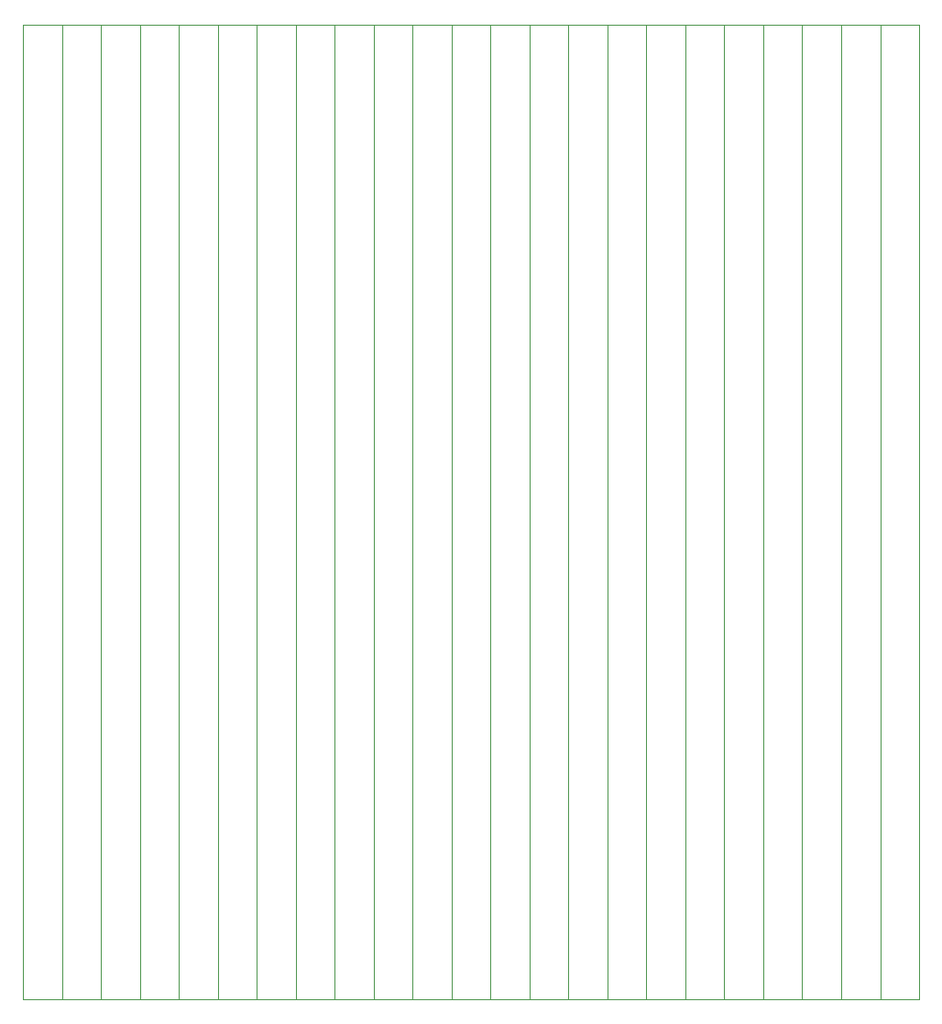
<source format=gbr>
%FSLAX34Y34*%
G04 Gerber Fmt 3.4, Leading zero omitted, Abs format*
G04 (created by PCBNEW (2014-05-17 BZR 4870)-product) date Sun 18 May 2014 03:32:31 PM CEST*
%MOIN*%
G01*
G70*
G90*
G04 APERTURE LIST*
%ADD10C,0.005906*%
%ADD11C,0.003937*%
G04 APERTURE END LIST*
G54D10*
G54D11*
X135078Y-70078D02*
X136496Y-70078D01*
X136496Y-70078D02*
X136496Y-34645D01*
X136496Y-34645D02*
X135078Y-34645D01*
X135078Y-34645D02*
X135078Y-70078D01*
X132244Y-70078D02*
X133661Y-70078D01*
X133661Y-70078D02*
X133661Y-34645D01*
X133661Y-34645D02*
X132244Y-34645D01*
X132244Y-34645D02*
X132244Y-70078D01*
X133661Y-34645D02*
X133661Y-70078D01*
X135078Y-34645D02*
X133661Y-34645D01*
X135078Y-70078D02*
X135078Y-34645D01*
X133661Y-70078D02*
X135078Y-70078D01*
X137913Y-70078D02*
X139330Y-70078D01*
X139330Y-70078D02*
X139330Y-34645D01*
X139330Y-34645D02*
X137913Y-34645D01*
X137913Y-34645D02*
X137913Y-70078D01*
X136496Y-34645D02*
X136496Y-70078D01*
X137913Y-34645D02*
X136496Y-34645D01*
X137913Y-70078D02*
X137913Y-34645D01*
X136496Y-70078D02*
X137913Y-70078D01*
X139330Y-34645D02*
X139330Y-70078D01*
X140748Y-34645D02*
X139330Y-34645D01*
X140748Y-70078D02*
X140748Y-34645D01*
X139330Y-70078D02*
X140748Y-70078D01*
X143582Y-70078D02*
X145000Y-70078D01*
X145000Y-70078D02*
X145000Y-34645D01*
X145000Y-34645D02*
X143582Y-34645D01*
X143582Y-34645D02*
X143582Y-70078D01*
X140748Y-70078D02*
X142165Y-70078D01*
X142165Y-70078D02*
X142165Y-34645D01*
X142165Y-34645D02*
X140748Y-34645D01*
X140748Y-34645D02*
X140748Y-70078D01*
X142165Y-34645D02*
X142165Y-70078D01*
X143582Y-34645D02*
X142165Y-34645D01*
X143582Y-70078D02*
X143582Y-34645D01*
X142165Y-70078D02*
X143582Y-70078D01*
X145000Y-70078D02*
X145000Y-34645D01*
X146417Y-34645D02*
X145000Y-34645D01*
X146417Y-70078D02*
X146417Y-34645D01*
X145000Y-70078D02*
X146417Y-70078D01*
X130826Y-70078D02*
X132244Y-70078D01*
X132244Y-70078D02*
X132244Y-34645D01*
X132244Y-34645D02*
X130826Y-34645D01*
X130826Y-70078D02*
X130826Y-34645D01*
X127992Y-70078D02*
X129409Y-70078D01*
X129409Y-70078D02*
X129409Y-34645D01*
X129409Y-34645D02*
X127992Y-34645D01*
X127992Y-34645D02*
X127992Y-70078D01*
X126574Y-34645D02*
X126574Y-70078D01*
X127992Y-34645D02*
X126574Y-34645D01*
X127992Y-70078D02*
X127992Y-34645D01*
X126574Y-70078D02*
X127992Y-70078D01*
X129409Y-34645D02*
X129409Y-70078D01*
X130826Y-34645D02*
X129409Y-34645D01*
X130826Y-70078D02*
X130826Y-34645D01*
X129409Y-70078D02*
X130826Y-70078D01*
X125157Y-70078D02*
X126574Y-70078D01*
X126574Y-70078D02*
X126574Y-34645D01*
X126574Y-34645D02*
X125157Y-34645D01*
X125157Y-34645D02*
X125157Y-70078D01*
X122322Y-70078D02*
X123740Y-70078D01*
X123740Y-70078D02*
X123740Y-34645D01*
X123740Y-34645D02*
X122322Y-34645D01*
X122322Y-34645D02*
X122322Y-70078D01*
X123740Y-34645D02*
X123740Y-70078D01*
X125157Y-34645D02*
X123740Y-34645D01*
X125157Y-70078D02*
X125157Y-34645D01*
X123740Y-70078D02*
X125157Y-70078D01*
X119488Y-70078D02*
X120905Y-70078D01*
X120905Y-70078D02*
X120905Y-34645D01*
X120905Y-34645D02*
X119488Y-34645D01*
X119488Y-34645D02*
X119488Y-70078D01*
X118070Y-34645D02*
X118070Y-70078D01*
X119488Y-34645D02*
X118070Y-34645D01*
X119488Y-70078D02*
X119488Y-34645D01*
X118070Y-70078D02*
X119488Y-70078D01*
X120905Y-34645D02*
X120905Y-70078D01*
X122322Y-34645D02*
X120905Y-34645D01*
X122322Y-70078D02*
X122322Y-34645D01*
X120905Y-70078D02*
X122322Y-70078D01*
X116653Y-70078D02*
X118070Y-70078D01*
X118070Y-70078D02*
X118070Y-34645D01*
X118070Y-34645D02*
X116653Y-34645D01*
X116653Y-34645D02*
X116653Y-70078D01*
X113818Y-70078D02*
X115236Y-70078D01*
X115236Y-70078D02*
X115236Y-34645D01*
X115236Y-34645D02*
X113818Y-34645D01*
X113818Y-34645D02*
X113818Y-70078D01*
X115236Y-34645D02*
X115236Y-70078D01*
X116653Y-34645D02*
X115236Y-34645D01*
X116653Y-70078D02*
X116653Y-34645D01*
X115236Y-70078D02*
X116653Y-70078D01*
M02*

</source>
